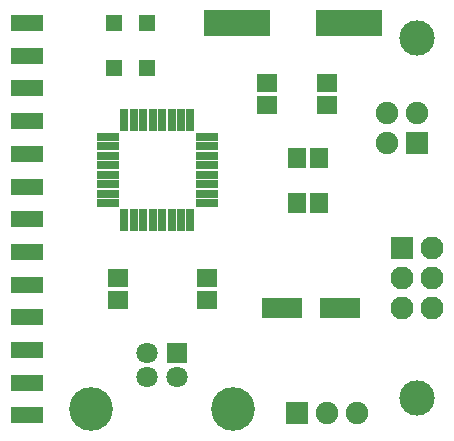
<source format=gbr>
G04 DipTrace 3.0.0.0*
G04 TopMask.gbr*
%MOMM*%
G04 #@! TF.FileFunction,Soldermask,Top*
G04 #@! TF.Part,Single*
%ADD36C,3.0*%
%ADD44R,5.7X2.2*%
%ADD46R,1.5X1.7*%
%ADD48C,1.9*%
%ADD50R,1.9X1.9*%
%ADD52C,1.95*%
%ADD54R,1.95X1.95*%
%ADD56R,2.74X1.47*%
%ADD58C,3.7*%
%ADD60C,1.8*%
%ADD62R,1.8X1.8*%
%ADD63R,1.4X1.4*%
%ADD65R,1.7X1.5*%
%ADD67R,3.35X1.8*%
%ADD69R,0.7X1.9*%
%ADD71R,1.9X0.7*%
%FSLAX35Y35*%
G04*
G71*
G90*
G75*
G01*
G04 TopMask*
%LPD*%
D71*
X2778000Y3159000D3*
Y3239000D3*
Y3319000D3*
Y3399000D3*
Y3479000D3*
Y3559000D3*
Y3639000D3*
Y3719000D3*
D69*
X2638000Y3859000D3*
X2558000D3*
X2478000D3*
X2398000D3*
X2318000D3*
X2238000D3*
X2158000D3*
X2078000D3*
D71*
X1938000Y3719000D3*
Y3639000D3*
Y3559000D3*
Y3479000D3*
Y3399000D3*
Y3319000D3*
Y3239000D3*
Y3159000D3*
D69*
X2078000Y3019000D3*
X2158000D3*
X2238000D3*
X2318000D3*
X2398000D3*
X2478000D3*
X2558000D3*
X2638000D3*
D67*
X3413000Y2270000D3*
X3903000D3*
D65*
X3286000Y4175000D3*
Y3985000D3*
X3794000Y4175000D3*
Y3985000D3*
D63*
X2270000Y4683000D3*
X1990000D3*
X2270000Y4302000D3*
X1990000D3*
D62*
X2524000Y1889000D3*
D60*
X2274000D3*
Y1689000D3*
X2524000D3*
D58*
X1797000Y1418000D3*
X3001000D3*
D56*
X1254000Y4683000D3*
Y4406140D3*
Y4129280D3*
Y3852420D3*
Y3575560D3*
Y3298700D3*
Y3021840D3*
Y2744980D3*
Y2468120D3*
Y2191260D3*
Y1914400D3*
Y1637540D3*
Y1360680D3*
D54*
X4429000Y2778000D3*
D52*
Y2524000D3*
Y2270000D3*
X4683000D3*
Y2524000D3*
Y2778000D3*
D50*
X4556000Y3667000D3*
D48*
X4302000D3*
X4556000Y3921000D3*
X4302000D3*
D50*
X3540000Y1381000D3*
D48*
X3794000D3*
X4048000D3*
D46*
X3540000Y3540000D3*
X3730000D3*
X3540000Y3159000D3*
X3730000D3*
D65*
X2778000Y2524000D3*
Y2334000D3*
X2021840Y2334257D3*
Y2524257D3*
D44*
X3032000Y4683000D3*
X3982000D3*
D36*
X4556000Y1508000D3*
Y4556000D3*
M02*

</source>
